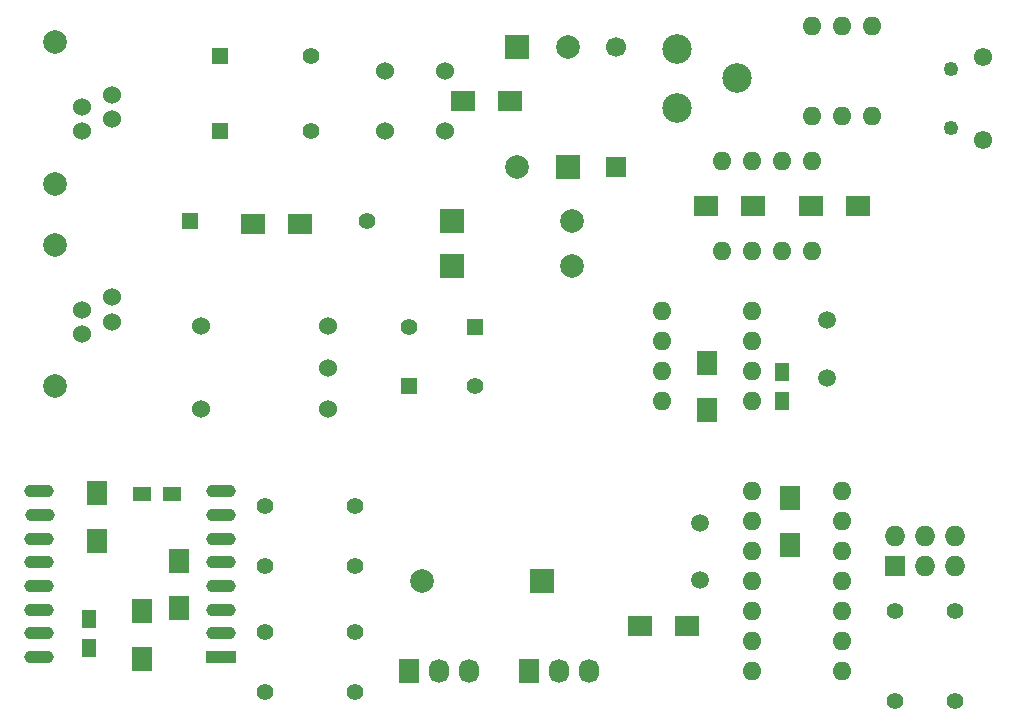
<source format=gbs>
G04 #@! TF.FileFunction,Soldermask,Bot*
%FSLAX46Y46*%
G04 Gerber Fmt 4.6, Leading zero omitted, Abs format (unit mm)*
G04 Created by KiCad (PCBNEW 4.0.2+dfsg1-stable) date Sat Feb 27 20:39:48 2016*
%MOMM*%
G01*
G04 APERTURE LIST*
%ADD10C,0.150000*%
%ADD11R,1.700000X2.000000*%
%ADD12R,2.500000X1.100000*%
%ADD13O,2.500000X1.100000*%
%ADD14R,1.727200X2.032000*%
%ADD15O,1.727200X2.032000*%
%ADD16C,1.699260*%
%ADD17R,1.699260X1.699260*%
%ADD18R,1.400000X1.400000*%
%ADD19C,1.400000*%
%ADD20R,2.000000X1.700000*%
%ADD21R,1.500000X1.250000*%
%ADD22R,1.250000X1.500000*%
%ADD23C,1.501140*%
%ADD24O,1.600000X1.600000*%
%ADD25C,1.397000*%
%ADD26C,2.499360*%
%ADD27C,1.998980*%
%ADD28R,1.998980X1.998980*%
%ADD29R,1.727200X1.727200*%
%ADD30O,1.727200X1.727200*%
%ADD31C,1.524000*%
%ADD32C,1.250000*%
%ADD33C,1.550000*%
%ADD34C,2.000000*%
G04 APERTURE END LIST*
D10*
D11*
X179451000Y-159544000D03*
X179451000Y-163544000D03*
D12*
X182975000Y-167670000D03*
D13*
X182975000Y-165670000D03*
X182975000Y-163670000D03*
X182975000Y-161670000D03*
X182975000Y-159670000D03*
X182975000Y-157670000D03*
X182975000Y-155670000D03*
X182975000Y-153670000D03*
X167575000Y-153670000D03*
X167675000Y-155670000D03*
X167575000Y-157670000D03*
X167575000Y-159670000D03*
X167575000Y-161670000D03*
X167575000Y-163670000D03*
X167575000Y-165670000D03*
X167575000Y-167670000D03*
D14*
X209042000Y-168910000D03*
D15*
X211582000Y-168910000D03*
X214122000Y-168910000D03*
D16*
X216408000Y-116078000D03*
D17*
X216408000Y-126238000D03*
D18*
X198882000Y-144780000D03*
D19*
X198882000Y-139780000D03*
D18*
X204470000Y-139780000D03*
D19*
X204470000Y-144780000D03*
D20*
X228060000Y-129540000D03*
X224060000Y-129540000D03*
X222472000Y-165100000D03*
X218472000Y-165100000D03*
D11*
X231140000Y-158210000D03*
X231140000Y-154210000D03*
X176276000Y-163830000D03*
X176276000Y-167830000D03*
X224155000Y-146780000D03*
X224155000Y-142780000D03*
D20*
X236950000Y-129540000D03*
X232950000Y-129540000D03*
D21*
X176296000Y-153924000D03*
X178796000Y-153924000D03*
D22*
X171831000Y-166965000D03*
X171831000Y-164465000D03*
X230505000Y-143550000D03*
X230505000Y-146050000D03*
D23*
X223520000Y-161190940D03*
X223520000Y-156309060D03*
X234315000Y-144045940D03*
X234315000Y-139164060D03*
D24*
X233045000Y-125730000D03*
X230505000Y-125730000D03*
X227965000Y-125730000D03*
X225425000Y-125730000D03*
X225425000Y-133350000D03*
X227965000Y-133350000D03*
X230505000Y-133350000D03*
X233045000Y-133350000D03*
D25*
X194310000Y-154940000D03*
X194310000Y-160020000D03*
X186690000Y-154940000D03*
X186690000Y-160020000D03*
X240030000Y-163830000D03*
X245110000Y-163830000D03*
X240030000Y-171450000D03*
X245110000Y-171450000D03*
X194310000Y-165608000D03*
X194310000Y-170688000D03*
X186690000Y-165608000D03*
X186690000Y-170688000D03*
D26*
X226654360Y-118704360D03*
X221615000Y-121203720D03*
X221615000Y-116205000D03*
D24*
X227965000Y-153670000D03*
X227965000Y-156210000D03*
X227965000Y-158750000D03*
X227965000Y-161290000D03*
X227965000Y-163830000D03*
X227965000Y-166370000D03*
X227965000Y-168910000D03*
X235585000Y-168910000D03*
X235585000Y-166370000D03*
X235585000Y-163830000D03*
X235585000Y-161290000D03*
X235585000Y-158750000D03*
X235585000Y-156210000D03*
X235585000Y-153670000D03*
X220345000Y-138430000D03*
X220345000Y-140970000D03*
X220345000Y-143510000D03*
X220345000Y-146050000D03*
X227965000Y-146050000D03*
X227965000Y-143510000D03*
X227965000Y-140970000D03*
X227965000Y-138430000D03*
X238125000Y-114300000D03*
X235585000Y-114300000D03*
X233045000Y-114300000D03*
X233045000Y-121920000D03*
X235585000Y-121920000D03*
X238125000Y-121920000D03*
D27*
X200025000Y-161292540D03*
D28*
X210185000Y-161292540D03*
D27*
X212725000Y-134620000D03*
D28*
X202565000Y-134620000D03*
D27*
X212725000Y-130794760D03*
D28*
X202565000Y-130794760D03*
D27*
X208031080Y-126238000D03*
D28*
X208031080Y-116078000D03*
D27*
X212344000Y-116078000D03*
D28*
X212344000Y-126238000D03*
D29*
X240030000Y-160020000D03*
D30*
X240030000Y-157480000D03*
X242570000Y-160020000D03*
X242570000Y-157480000D03*
X245110000Y-160020000D03*
X245110000Y-157480000D03*
D18*
X180340000Y-130810000D03*
D19*
X195340000Y-130810000D03*
D18*
X182880000Y-123190000D03*
D19*
X190630000Y-123190000D03*
D18*
X182880000Y-116840000D03*
D19*
X190630000Y-116840000D03*
D31*
X201930000Y-123190000D03*
X196850000Y-123190000D03*
X196850000Y-118110000D03*
X201930000Y-118110000D03*
D20*
X203486000Y-120650000D03*
X207486000Y-120650000D03*
D31*
X192087500Y-146685000D03*
X192087500Y-143192500D03*
X192087500Y-139700000D03*
X181292500Y-139700000D03*
X181292500Y-146685000D03*
D32*
X244817460Y-122896900D03*
X244817460Y-117896900D03*
D33*
X247517460Y-123896900D03*
X247517460Y-116896900D03*
D31*
X173750000Y-122170000D03*
X173750000Y-120130000D03*
X171210000Y-121150000D03*
X171210000Y-123190000D03*
D34*
X168910000Y-127660000D03*
X168910000Y-115660000D03*
D31*
X173750000Y-139290000D03*
X173750000Y-137250000D03*
X171210000Y-138270000D03*
X171210000Y-140310000D03*
D34*
X168910000Y-144780000D03*
X168910000Y-132780000D03*
D20*
X185706000Y-131064000D03*
X189706000Y-131064000D03*
D11*
X172466000Y-153829000D03*
X172466000Y-157829000D03*
D14*
X198882000Y-168910000D03*
D15*
X201422000Y-168910000D03*
X203962000Y-168910000D03*
M02*

</source>
